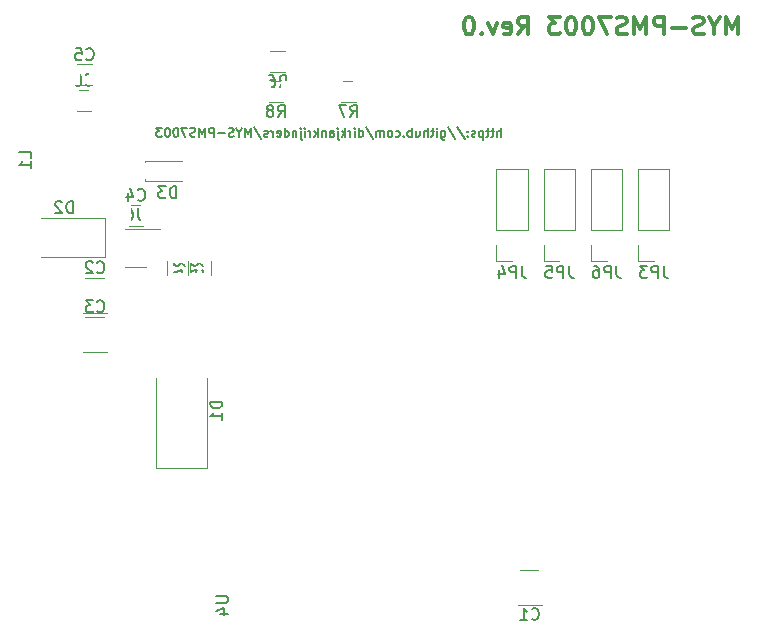
<source format=gbo>
G04 #@! TF.FileFunction,Legend,Bot*
%FSLAX46Y46*%
G04 Gerber Fmt 4.6, Leading zero omitted, Abs format (unit mm)*
G04 Created by KiCad (PCBNEW 4.0.5) date 2017 June 13, Tuesday 16:43:51*
%MOMM*%
%LPD*%
G01*
G04 APERTURE LIST*
%ADD10C,0.100000*%
%ADD11C,0.150000*%
%ADD12C,0.300000*%
%ADD13C,0.120000*%
%ADD14C,2.200000*%
%ADD15R,2.100000X2.100000*%
%ADD16O,2.100000X2.100000*%
%ADD17C,3.400000*%
%ADD18R,2.400000X2.900000*%
%ADD19R,1.900000X1.700000*%
%ADD20R,3.900000X3.900000*%
%ADD21R,2.900000X2.200000*%
%ADD22R,1.400000X1.400000*%
%ADD23R,0.975000X6.400000*%
%ADD24R,2.400000X0.975000*%
%ADD25R,1.900000X2.400000*%
%ADD26R,1.700000X1.900000*%
%ADD27R,1.960000X1.050000*%
%ADD28O,1.400000X1.400000*%
G04 APERTURE END LIST*
D10*
D11*
X77071427Y-37339286D02*
X77071427Y-36589286D01*
X76749998Y-37339286D02*
X76749998Y-36946429D01*
X76785712Y-36875000D01*
X76857141Y-36839286D01*
X76964284Y-36839286D01*
X77035712Y-36875000D01*
X77071427Y-36910714D01*
X76499998Y-36839286D02*
X76214284Y-36839286D01*
X76392856Y-36589286D02*
X76392856Y-37232143D01*
X76357141Y-37303571D01*
X76285713Y-37339286D01*
X76214284Y-37339286D01*
X76071427Y-36839286D02*
X75785713Y-36839286D01*
X75964285Y-36589286D02*
X75964285Y-37232143D01*
X75928570Y-37303571D01*
X75857142Y-37339286D01*
X75785713Y-37339286D01*
X75535714Y-36839286D02*
X75535714Y-37589286D01*
X75535714Y-36875000D02*
X75464285Y-36839286D01*
X75321428Y-36839286D01*
X75249999Y-36875000D01*
X75214285Y-36910714D01*
X75178571Y-36982143D01*
X75178571Y-37196429D01*
X75214285Y-37267857D01*
X75249999Y-37303571D01*
X75321428Y-37339286D01*
X75464285Y-37339286D01*
X75535714Y-37303571D01*
X74892857Y-37303571D02*
X74821428Y-37339286D01*
X74678571Y-37339286D01*
X74607143Y-37303571D01*
X74571428Y-37232143D01*
X74571428Y-37196429D01*
X74607143Y-37125000D01*
X74678571Y-37089286D01*
X74785714Y-37089286D01*
X74857143Y-37053571D01*
X74892857Y-36982143D01*
X74892857Y-36946429D01*
X74857143Y-36875000D01*
X74785714Y-36839286D01*
X74678571Y-36839286D01*
X74607143Y-36875000D01*
X74250000Y-37267857D02*
X74214285Y-37303571D01*
X74250000Y-37339286D01*
X74285714Y-37303571D01*
X74250000Y-37267857D01*
X74250000Y-37339286D01*
X74250000Y-36875000D02*
X74214285Y-36910714D01*
X74250000Y-36946429D01*
X74285714Y-36910714D01*
X74250000Y-36875000D01*
X74250000Y-36946429D01*
X73357142Y-36553571D02*
X73999999Y-37517857D01*
X72571428Y-36553571D02*
X73214285Y-37517857D01*
X72000000Y-36839286D02*
X72000000Y-37446429D01*
X72035714Y-37517857D01*
X72071429Y-37553571D01*
X72142857Y-37589286D01*
X72250000Y-37589286D01*
X72321429Y-37553571D01*
X72000000Y-37303571D02*
X72071429Y-37339286D01*
X72214286Y-37339286D01*
X72285714Y-37303571D01*
X72321429Y-37267857D01*
X72357143Y-37196429D01*
X72357143Y-36982143D01*
X72321429Y-36910714D01*
X72285714Y-36875000D01*
X72214286Y-36839286D01*
X72071429Y-36839286D01*
X72000000Y-36875000D01*
X71642858Y-37339286D02*
X71642858Y-36839286D01*
X71642858Y-36589286D02*
X71678572Y-36625000D01*
X71642858Y-36660714D01*
X71607143Y-36625000D01*
X71642858Y-36589286D01*
X71642858Y-36660714D01*
X71392857Y-36839286D02*
X71107143Y-36839286D01*
X71285715Y-36589286D02*
X71285715Y-37232143D01*
X71250000Y-37303571D01*
X71178572Y-37339286D01*
X71107143Y-37339286D01*
X70857144Y-37339286D02*
X70857144Y-36589286D01*
X70535715Y-37339286D02*
X70535715Y-36946429D01*
X70571429Y-36875000D01*
X70642858Y-36839286D01*
X70750001Y-36839286D01*
X70821429Y-36875000D01*
X70857144Y-36910714D01*
X69857144Y-36839286D02*
X69857144Y-37339286D01*
X70178573Y-36839286D02*
X70178573Y-37232143D01*
X70142858Y-37303571D01*
X70071430Y-37339286D01*
X69964287Y-37339286D01*
X69892858Y-37303571D01*
X69857144Y-37267857D01*
X69500002Y-37339286D02*
X69500002Y-36589286D01*
X69500002Y-36875000D02*
X69428573Y-36839286D01*
X69285716Y-36839286D01*
X69214287Y-36875000D01*
X69178573Y-36910714D01*
X69142859Y-36982143D01*
X69142859Y-37196429D01*
X69178573Y-37267857D01*
X69214287Y-37303571D01*
X69285716Y-37339286D01*
X69428573Y-37339286D01*
X69500002Y-37303571D01*
X68821431Y-37267857D02*
X68785716Y-37303571D01*
X68821431Y-37339286D01*
X68857145Y-37303571D01*
X68821431Y-37267857D01*
X68821431Y-37339286D01*
X68142859Y-37303571D02*
X68214288Y-37339286D01*
X68357145Y-37339286D01*
X68428573Y-37303571D01*
X68464288Y-37267857D01*
X68500002Y-37196429D01*
X68500002Y-36982143D01*
X68464288Y-36910714D01*
X68428573Y-36875000D01*
X68357145Y-36839286D01*
X68214288Y-36839286D01*
X68142859Y-36875000D01*
X67714288Y-37339286D02*
X67785716Y-37303571D01*
X67821431Y-37267857D01*
X67857145Y-37196429D01*
X67857145Y-36982143D01*
X67821431Y-36910714D01*
X67785716Y-36875000D01*
X67714288Y-36839286D01*
X67607145Y-36839286D01*
X67535716Y-36875000D01*
X67500002Y-36910714D01*
X67464288Y-36982143D01*
X67464288Y-37196429D01*
X67500002Y-37267857D01*
X67535716Y-37303571D01*
X67607145Y-37339286D01*
X67714288Y-37339286D01*
X67142860Y-37339286D02*
X67142860Y-36839286D01*
X67142860Y-36910714D02*
X67107145Y-36875000D01*
X67035717Y-36839286D01*
X66928574Y-36839286D01*
X66857145Y-36875000D01*
X66821431Y-36946429D01*
X66821431Y-37339286D01*
X66821431Y-36946429D02*
X66785717Y-36875000D01*
X66714288Y-36839286D01*
X66607145Y-36839286D01*
X66535717Y-36875000D01*
X66500002Y-36946429D01*
X66500002Y-37339286D01*
X65607145Y-36553571D02*
X66250002Y-37517857D01*
X65035717Y-37339286D02*
X65035717Y-36589286D01*
X65035717Y-37303571D02*
X65107146Y-37339286D01*
X65250003Y-37339286D01*
X65321431Y-37303571D01*
X65357146Y-37267857D01*
X65392860Y-37196429D01*
X65392860Y-36982143D01*
X65357146Y-36910714D01*
X65321431Y-36875000D01*
X65250003Y-36839286D01*
X65107146Y-36839286D01*
X65035717Y-36875000D01*
X64678575Y-37339286D02*
X64678575Y-36839286D01*
X64678575Y-36589286D02*
X64714289Y-36625000D01*
X64678575Y-36660714D01*
X64642860Y-36625000D01*
X64678575Y-36589286D01*
X64678575Y-36660714D01*
X64321432Y-37339286D02*
X64321432Y-36839286D01*
X64321432Y-36982143D02*
X64285717Y-36910714D01*
X64250003Y-36875000D01*
X64178574Y-36839286D01*
X64107146Y-36839286D01*
X63857146Y-37339286D02*
X63857146Y-36589286D01*
X63785717Y-37053571D02*
X63571431Y-37339286D01*
X63571431Y-36839286D02*
X63857146Y-37125000D01*
X63250003Y-36839286D02*
X63250003Y-37482143D01*
X63285717Y-37553571D01*
X63357145Y-37589286D01*
X63392860Y-37589286D01*
X63250003Y-36589286D02*
X63285717Y-36625000D01*
X63250003Y-36660714D01*
X63214288Y-36625000D01*
X63250003Y-36589286D01*
X63250003Y-36660714D01*
X62571431Y-37339286D02*
X62571431Y-36946429D01*
X62607145Y-36875000D01*
X62678574Y-36839286D01*
X62821431Y-36839286D01*
X62892860Y-36875000D01*
X62571431Y-37303571D02*
X62642860Y-37339286D01*
X62821431Y-37339286D01*
X62892860Y-37303571D01*
X62928574Y-37232143D01*
X62928574Y-37160714D01*
X62892860Y-37089286D01*
X62821431Y-37053571D01*
X62642860Y-37053571D01*
X62571431Y-37017857D01*
X62214289Y-36839286D02*
X62214289Y-37339286D01*
X62214289Y-36910714D02*
X62178574Y-36875000D01*
X62107146Y-36839286D01*
X62000003Y-36839286D01*
X61928574Y-36875000D01*
X61892860Y-36946429D01*
X61892860Y-37339286D01*
X61535718Y-37339286D02*
X61535718Y-36589286D01*
X61464289Y-37053571D02*
X61250003Y-37339286D01*
X61250003Y-36839286D02*
X61535718Y-37125000D01*
X60928575Y-37339286D02*
X60928575Y-36839286D01*
X60928575Y-36982143D02*
X60892860Y-36910714D01*
X60857146Y-36875000D01*
X60785717Y-36839286D01*
X60714289Y-36839286D01*
X60464289Y-37339286D02*
X60464289Y-36839286D01*
X60464289Y-36589286D02*
X60500003Y-36625000D01*
X60464289Y-36660714D01*
X60428574Y-36625000D01*
X60464289Y-36589286D01*
X60464289Y-36660714D01*
X60107146Y-36839286D02*
X60107146Y-37482143D01*
X60142860Y-37553571D01*
X60214288Y-37589286D01*
X60250003Y-37589286D01*
X60107146Y-36589286D02*
X60142860Y-36625000D01*
X60107146Y-36660714D01*
X60071431Y-36625000D01*
X60107146Y-36589286D01*
X60107146Y-36660714D01*
X59750003Y-36839286D02*
X59750003Y-37339286D01*
X59750003Y-36910714D02*
X59714288Y-36875000D01*
X59642860Y-36839286D01*
X59535717Y-36839286D01*
X59464288Y-36875000D01*
X59428574Y-36946429D01*
X59428574Y-37339286D01*
X58750003Y-37339286D02*
X58750003Y-36589286D01*
X58750003Y-37303571D02*
X58821432Y-37339286D01*
X58964289Y-37339286D01*
X59035717Y-37303571D01*
X59071432Y-37267857D01*
X59107146Y-37196429D01*
X59107146Y-36982143D01*
X59071432Y-36910714D01*
X59035717Y-36875000D01*
X58964289Y-36839286D01*
X58821432Y-36839286D01*
X58750003Y-36875000D01*
X58107146Y-37303571D02*
X58178575Y-37339286D01*
X58321432Y-37339286D01*
X58392861Y-37303571D01*
X58428575Y-37232143D01*
X58428575Y-36946429D01*
X58392861Y-36875000D01*
X58321432Y-36839286D01*
X58178575Y-36839286D01*
X58107146Y-36875000D01*
X58071432Y-36946429D01*
X58071432Y-37017857D01*
X58428575Y-37089286D01*
X57750004Y-37339286D02*
X57750004Y-36839286D01*
X57750004Y-36982143D02*
X57714289Y-36910714D01*
X57678575Y-36875000D01*
X57607146Y-36839286D01*
X57535718Y-36839286D01*
X57321432Y-37303571D02*
X57250003Y-37339286D01*
X57107146Y-37339286D01*
X57035718Y-37303571D01*
X57000003Y-37232143D01*
X57000003Y-37196429D01*
X57035718Y-37125000D01*
X57107146Y-37089286D01*
X57214289Y-37089286D01*
X57285718Y-37053571D01*
X57321432Y-36982143D01*
X57321432Y-36946429D01*
X57285718Y-36875000D01*
X57214289Y-36839286D01*
X57107146Y-36839286D01*
X57035718Y-36875000D01*
X56142860Y-36553571D02*
X56785717Y-37517857D01*
X55892861Y-37339286D02*
X55892861Y-36589286D01*
X55642861Y-37125000D01*
X55392861Y-36589286D01*
X55392861Y-37339286D01*
X54892860Y-36982143D02*
X54892860Y-37339286D01*
X55142860Y-36589286D02*
X54892860Y-36982143D01*
X54642860Y-36589286D01*
X54428575Y-37303571D02*
X54321432Y-37339286D01*
X54142861Y-37339286D01*
X54071432Y-37303571D01*
X54035718Y-37267857D01*
X54000003Y-37196429D01*
X54000003Y-37125000D01*
X54035718Y-37053571D01*
X54071432Y-37017857D01*
X54142861Y-36982143D01*
X54285718Y-36946429D01*
X54357146Y-36910714D01*
X54392861Y-36875000D01*
X54428575Y-36803571D01*
X54428575Y-36732143D01*
X54392861Y-36660714D01*
X54357146Y-36625000D01*
X54285718Y-36589286D01*
X54107146Y-36589286D01*
X54000003Y-36625000D01*
X53678575Y-37053571D02*
X53107146Y-37053571D01*
X52750004Y-37339286D02*
X52750004Y-36589286D01*
X52464289Y-36589286D01*
X52392861Y-36625000D01*
X52357146Y-36660714D01*
X52321432Y-36732143D01*
X52321432Y-36839286D01*
X52357146Y-36910714D01*
X52392861Y-36946429D01*
X52464289Y-36982143D01*
X52750004Y-36982143D01*
X52000004Y-37339286D02*
X52000004Y-36589286D01*
X51750004Y-37125000D01*
X51500004Y-36589286D01*
X51500004Y-37339286D01*
X51178575Y-37303571D02*
X51071432Y-37339286D01*
X50892861Y-37339286D01*
X50821432Y-37303571D01*
X50785718Y-37267857D01*
X50750003Y-37196429D01*
X50750003Y-37125000D01*
X50785718Y-37053571D01*
X50821432Y-37017857D01*
X50892861Y-36982143D01*
X51035718Y-36946429D01*
X51107146Y-36910714D01*
X51142861Y-36875000D01*
X51178575Y-36803571D01*
X51178575Y-36732143D01*
X51142861Y-36660714D01*
X51107146Y-36625000D01*
X51035718Y-36589286D01*
X50857146Y-36589286D01*
X50750003Y-36625000D01*
X50500003Y-36589286D02*
X50000003Y-36589286D01*
X50321432Y-37339286D01*
X49571431Y-36589286D02*
X49500003Y-36589286D01*
X49428574Y-36625000D01*
X49392860Y-36660714D01*
X49357146Y-36732143D01*
X49321431Y-36875000D01*
X49321431Y-37053571D01*
X49357146Y-37196429D01*
X49392860Y-37267857D01*
X49428574Y-37303571D01*
X49500003Y-37339286D01*
X49571431Y-37339286D01*
X49642860Y-37303571D01*
X49678574Y-37267857D01*
X49714289Y-37196429D01*
X49750003Y-37053571D01*
X49750003Y-36875000D01*
X49714289Y-36732143D01*
X49678574Y-36660714D01*
X49642860Y-36625000D01*
X49571431Y-36589286D01*
X48857145Y-36589286D02*
X48785717Y-36589286D01*
X48714288Y-36625000D01*
X48678574Y-36660714D01*
X48642860Y-36732143D01*
X48607145Y-36875000D01*
X48607145Y-37053571D01*
X48642860Y-37196429D01*
X48678574Y-37267857D01*
X48714288Y-37303571D01*
X48785717Y-37339286D01*
X48857145Y-37339286D01*
X48928574Y-37303571D01*
X48964288Y-37267857D01*
X49000003Y-37196429D01*
X49035717Y-37053571D01*
X49035717Y-36875000D01*
X49000003Y-36732143D01*
X48964288Y-36660714D01*
X48928574Y-36625000D01*
X48857145Y-36589286D01*
X48357145Y-36589286D02*
X47892859Y-36589286D01*
X48142859Y-36875000D01*
X48035717Y-36875000D01*
X47964288Y-36910714D01*
X47928574Y-36946429D01*
X47892859Y-37017857D01*
X47892859Y-37196429D01*
X47928574Y-37267857D01*
X47964288Y-37303571D01*
X48035717Y-37339286D01*
X48250002Y-37339286D01*
X48321431Y-37303571D01*
X48357145Y-37267857D01*
D12*
X97142857Y-28678571D02*
X97142857Y-27178571D01*
X96642857Y-28250000D01*
X96142857Y-27178571D01*
X96142857Y-28678571D01*
X95142857Y-27964286D02*
X95142857Y-28678571D01*
X95642857Y-27178571D02*
X95142857Y-27964286D01*
X94642857Y-27178571D01*
X94214286Y-28607143D02*
X94000000Y-28678571D01*
X93642857Y-28678571D01*
X93500000Y-28607143D01*
X93428571Y-28535714D01*
X93357143Y-28392857D01*
X93357143Y-28250000D01*
X93428571Y-28107143D01*
X93500000Y-28035714D01*
X93642857Y-27964286D01*
X93928571Y-27892857D01*
X94071429Y-27821429D01*
X94142857Y-27750000D01*
X94214286Y-27607143D01*
X94214286Y-27464286D01*
X94142857Y-27321429D01*
X94071429Y-27250000D01*
X93928571Y-27178571D01*
X93571429Y-27178571D01*
X93357143Y-27250000D01*
X92714286Y-28107143D02*
X91571429Y-28107143D01*
X90857143Y-28678571D02*
X90857143Y-27178571D01*
X90285715Y-27178571D01*
X90142857Y-27250000D01*
X90071429Y-27321429D01*
X90000000Y-27464286D01*
X90000000Y-27678571D01*
X90071429Y-27821429D01*
X90142857Y-27892857D01*
X90285715Y-27964286D01*
X90857143Y-27964286D01*
X89357143Y-28678571D02*
X89357143Y-27178571D01*
X88857143Y-28250000D01*
X88357143Y-27178571D01*
X88357143Y-28678571D01*
X87714286Y-28607143D02*
X87500000Y-28678571D01*
X87142857Y-28678571D01*
X87000000Y-28607143D01*
X86928571Y-28535714D01*
X86857143Y-28392857D01*
X86857143Y-28250000D01*
X86928571Y-28107143D01*
X87000000Y-28035714D01*
X87142857Y-27964286D01*
X87428571Y-27892857D01*
X87571429Y-27821429D01*
X87642857Y-27750000D01*
X87714286Y-27607143D01*
X87714286Y-27464286D01*
X87642857Y-27321429D01*
X87571429Y-27250000D01*
X87428571Y-27178571D01*
X87071429Y-27178571D01*
X86857143Y-27250000D01*
X86357143Y-27178571D02*
X85357143Y-27178571D01*
X86000000Y-28678571D01*
X84500001Y-27178571D02*
X84357144Y-27178571D01*
X84214287Y-27250000D01*
X84142858Y-27321429D01*
X84071429Y-27464286D01*
X84000001Y-27750000D01*
X84000001Y-28107143D01*
X84071429Y-28392857D01*
X84142858Y-28535714D01*
X84214287Y-28607143D01*
X84357144Y-28678571D01*
X84500001Y-28678571D01*
X84642858Y-28607143D01*
X84714287Y-28535714D01*
X84785715Y-28392857D01*
X84857144Y-28107143D01*
X84857144Y-27750000D01*
X84785715Y-27464286D01*
X84714287Y-27321429D01*
X84642858Y-27250000D01*
X84500001Y-27178571D01*
X83071430Y-27178571D02*
X82928573Y-27178571D01*
X82785716Y-27250000D01*
X82714287Y-27321429D01*
X82642858Y-27464286D01*
X82571430Y-27750000D01*
X82571430Y-28107143D01*
X82642858Y-28392857D01*
X82714287Y-28535714D01*
X82785716Y-28607143D01*
X82928573Y-28678571D01*
X83071430Y-28678571D01*
X83214287Y-28607143D01*
X83285716Y-28535714D01*
X83357144Y-28392857D01*
X83428573Y-28107143D01*
X83428573Y-27750000D01*
X83357144Y-27464286D01*
X83285716Y-27321429D01*
X83214287Y-27250000D01*
X83071430Y-27178571D01*
X82071430Y-27178571D02*
X81142859Y-27178571D01*
X81642859Y-27750000D01*
X81428573Y-27750000D01*
X81285716Y-27821429D01*
X81214287Y-27892857D01*
X81142859Y-28035714D01*
X81142859Y-28392857D01*
X81214287Y-28535714D01*
X81285716Y-28607143D01*
X81428573Y-28678571D01*
X81857145Y-28678571D01*
X82000002Y-28607143D01*
X82071430Y-28535714D01*
X78500002Y-28678571D02*
X79000002Y-27964286D01*
X79357145Y-28678571D02*
X79357145Y-27178571D01*
X78785717Y-27178571D01*
X78642859Y-27250000D01*
X78571431Y-27321429D01*
X78500002Y-27464286D01*
X78500002Y-27678571D01*
X78571431Y-27821429D01*
X78642859Y-27892857D01*
X78785717Y-27964286D01*
X79357145Y-27964286D01*
X77285717Y-28607143D02*
X77428574Y-28678571D01*
X77714288Y-28678571D01*
X77857145Y-28607143D01*
X77928574Y-28464286D01*
X77928574Y-27892857D01*
X77857145Y-27750000D01*
X77714288Y-27678571D01*
X77428574Y-27678571D01*
X77285717Y-27750000D01*
X77214288Y-27892857D01*
X77214288Y-28035714D01*
X77928574Y-28178571D01*
X76714288Y-27678571D02*
X76357145Y-28678571D01*
X76000003Y-27678571D01*
X75428574Y-28535714D02*
X75357146Y-28607143D01*
X75428574Y-28678571D01*
X75500003Y-28607143D01*
X75428574Y-28535714D01*
X75428574Y-28678571D01*
X74428574Y-27178571D02*
X74285717Y-27178571D01*
X74142860Y-27250000D01*
X74071431Y-27321429D01*
X74000002Y-27464286D01*
X73928574Y-27750000D01*
X73928574Y-28107143D01*
X74000002Y-28392857D01*
X74071431Y-28535714D01*
X74142860Y-28607143D01*
X74285717Y-28678571D01*
X74428574Y-28678571D01*
X74571431Y-28607143D01*
X74642860Y-28535714D01*
X74714288Y-28392857D01*
X74785717Y-28107143D01*
X74785717Y-27750000D01*
X74714288Y-27464286D01*
X74642860Y-27321429D01*
X74571431Y-27250000D01*
X74428574Y-27178571D01*
D13*
X76670000Y-45230000D02*
X76670000Y-40090000D01*
X76670000Y-40090000D02*
X79330000Y-40090000D01*
X79330000Y-40090000D02*
X79330000Y-45230000D01*
X79330000Y-45230000D02*
X76670000Y-45230000D01*
X76670000Y-46500000D02*
X76670000Y-47830000D01*
X76670000Y-47830000D02*
X78000000Y-47830000D01*
X80500000Y-74020000D02*
X78500000Y-74020000D01*
X78500000Y-76980000D02*
X80500000Y-76980000D01*
X41700000Y-52230000D02*
X43700000Y-52230000D01*
X43700000Y-49270000D02*
X41700000Y-49270000D01*
X41700000Y-55530000D02*
X43700000Y-55530000D01*
X43700000Y-52570000D02*
X41700000Y-52570000D01*
X45550000Y-44880000D02*
X46750000Y-44880000D01*
X46750000Y-43120000D02*
X45550000Y-43120000D01*
X41200000Y-32980000D02*
X42400000Y-32980000D01*
X42400000Y-31220000D02*
X41200000Y-31220000D01*
X41150000Y-35130000D02*
X42350000Y-35130000D01*
X42350000Y-33370000D02*
X41150000Y-33370000D01*
X52150000Y-65350000D02*
X47850000Y-65350000D01*
X47850000Y-65350000D02*
X47850000Y-57800000D01*
X52150000Y-65350000D02*
X52150000Y-57800000D01*
X43500000Y-44200000D02*
X43500000Y-47500000D01*
X43500000Y-47500000D02*
X38100000Y-47500000D01*
X43500000Y-44200000D02*
X38100000Y-44200000D01*
X46950000Y-41100000D02*
X46950000Y-39400000D01*
X46950000Y-39400000D02*
X50100000Y-39400000D01*
X46950000Y-41100000D02*
X50100000Y-41100000D01*
X52480000Y-49050000D02*
X52480000Y-47850000D01*
X50720000Y-47850000D02*
X50720000Y-49050000D01*
X48820000Y-47850000D02*
X48820000Y-49050000D01*
X50580000Y-49050000D02*
X50580000Y-47850000D01*
X58750000Y-30120000D02*
X57550000Y-30120000D01*
X57550000Y-31880000D02*
X58750000Y-31880000D01*
X64750000Y-32620000D02*
X63550000Y-32620000D01*
X63550000Y-34380000D02*
X64750000Y-34380000D01*
X58600000Y-32620000D02*
X57400000Y-32620000D01*
X57400000Y-34380000D02*
X58600000Y-34380000D01*
X47050000Y-48410000D02*
X45250000Y-48410000D01*
X45250000Y-45190000D02*
X48200000Y-45190000D01*
X84670000Y-45230000D02*
X84670000Y-40090000D01*
X84670000Y-40090000D02*
X87330000Y-40090000D01*
X87330000Y-40090000D02*
X87330000Y-45230000D01*
X87330000Y-45230000D02*
X84670000Y-45230000D01*
X84670000Y-46500000D02*
X84670000Y-47830000D01*
X84670000Y-47830000D02*
X86000000Y-47830000D01*
X80670000Y-45230000D02*
X80670000Y-40090000D01*
X80670000Y-40090000D02*
X83330000Y-40090000D01*
X83330000Y-40090000D02*
X83330000Y-45230000D01*
X83330000Y-45230000D02*
X80670000Y-45230000D01*
X80670000Y-46500000D02*
X80670000Y-47830000D01*
X80670000Y-47830000D02*
X82000000Y-47830000D01*
X88670000Y-45230000D02*
X88670000Y-40090000D01*
X88670000Y-40090000D02*
X91330000Y-40090000D01*
X91330000Y-40090000D02*
X91330000Y-45230000D01*
X91330000Y-45230000D02*
X88670000Y-45230000D01*
X88670000Y-46500000D02*
X88670000Y-47830000D01*
X88670000Y-47830000D02*
X90000000Y-47830000D01*
D11*
X78833333Y-48282381D02*
X78833333Y-48996667D01*
X78880953Y-49139524D01*
X78976191Y-49234762D01*
X79119048Y-49282381D01*
X79214286Y-49282381D01*
X78357143Y-49282381D02*
X78357143Y-48282381D01*
X77976190Y-48282381D01*
X77880952Y-48330000D01*
X77833333Y-48377619D01*
X77785714Y-48472857D01*
X77785714Y-48615714D01*
X77833333Y-48710952D01*
X77880952Y-48758571D01*
X77976190Y-48806190D01*
X78357143Y-48806190D01*
X76928571Y-48615714D02*
X76928571Y-49282381D01*
X77166667Y-48234762D02*
X77404762Y-48949048D01*
X76785714Y-48949048D01*
X52952381Y-76238095D02*
X53761905Y-76238095D01*
X53857143Y-76285714D01*
X53904762Y-76333333D01*
X53952381Y-76428571D01*
X53952381Y-76619048D01*
X53904762Y-76714286D01*
X53857143Y-76761905D01*
X53761905Y-76809524D01*
X52952381Y-76809524D01*
X53285714Y-77714286D02*
X53952381Y-77714286D01*
X52904762Y-77476190D02*
X53619048Y-77238095D01*
X53619048Y-77857143D01*
X79666666Y-78157143D02*
X79714285Y-78204762D01*
X79857142Y-78252381D01*
X79952380Y-78252381D01*
X80095238Y-78204762D01*
X80190476Y-78109524D01*
X80238095Y-78014286D01*
X80285714Y-77823810D01*
X80285714Y-77680952D01*
X80238095Y-77490476D01*
X80190476Y-77395238D01*
X80095238Y-77300000D01*
X79952380Y-77252381D01*
X79857142Y-77252381D01*
X79714285Y-77300000D01*
X79666666Y-77347619D01*
X78714285Y-78252381D02*
X79285714Y-78252381D01*
X79000000Y-78252381D02*
X79000000Y-77252381D01*
X79095238Y-77395238D01*
X79190476Y-77490476D01*
X79285714Y-77538095D01*
X42866666Y-48807143D02*
X42914285Y-48854762D01*
X43057142Y-48902381D01*
X43152380Y-48902381D01*
X43295238Y-48854762D01*
X43390476Y-48759524D01*
X43438095Y-48664286D01*
X43485714Y-48473810D01*
X43485714Y-48330952D01*
X43438095Y-48140476D01*
X43390476Y-48045238D01*
X43295238Y-47950000D01*
X43152380Y-47902381D01*
X43057142Y-47902381D01*
X42914285Y-47950000D01*
X42866666Y-47997619D01*
X42485714Y-47997619D02*
X42438095Y-47950000D01*
X42342857Y-47902381D01*
X42104761Y-47902381D01*
X42009523Y-47950000D01*
X41961904Y-47997619D01*
X41914285Y-48092857D01*
X41914285Y-48188095D01*
X41961904Y-48330952D01*
X42533333Y-48902381D01*
X41914285Y-48902381D01*
X42866666Y-52107143D02*
X42914285Y-52154762D01*
X43057142Y-52202381D01*
X43152380Y-52202381D01*
X43295238Y-52154762D01*
X43390476Y-52059524D01*
X43438095Y-51964286D01*
X43485714Y-51773810D01*
X43485714Y-51630952D01*
X43438095Y-51440476D01*
X43390476Y-51345238D01*
X43295238Y-51250000D01*
X43152380Y-51202381D01*
X43057142Y-51202381D01*
X42914285Y-51250000D01*
X42866666Y-51297619D01*
X42533333Y-51202381D02*
X41914285Y-51202381D01*
X42247619Y-51583333D01*
X42104761Y-51583333D01*
X42009523Y-51630952D01*
X41961904Y-51678571D01*
X41914285Y-51773810D01*
X41914285Y-52011905D01*
X41961904Y-52107143D01*
X42009523Y-52154762D01*
X42104761Y-52202381D01*
X42390476Y-52202381D01*
X42485714Y-52154762D01*
X42533333Y-52107143D01*
X46316666Y-42657143D02*
X46364285Y-42704762D01*
X46507142Y-42752381D01*
X46602380Y-42752381D01*
X46745238Y-42704762D01*
X46840476Y-42609524D01*
X46888095Y-42514286D01*
X46935714Y-42323810D01*
X46935714Y-42180952D01*
X46888095Y-41990476D01*
X46840476Y-41895238D01*
X46745238Y-41800000D01*
X46602380Y-41752381D01*
X46507142Y-41752381D01*
X46364285Y-41800000D01*
X46316666Y-41847619D01*
X45459523Y-42085714D02*
X45459523Y-42752381D01*
X45697619Y-41704762D02*
X45935714Y-42419048D01*
X45316666Y-42419048D01*
X41966666Y-30757143D02*
X42014285Y-30804762D01*
X42157142Y-30852381D01*
X42252380Y-30852381D01*
X42395238Y-30804762D01*
X42490476Y-30709524D01*
X42538095Y-30614286D01*
X42585714Y-30423810D01*
X42585714Y-30280952D01*
X42538095Y-30090476D01*
X42490476Y-29995238D01*
X42395238Y-29900000D01*
X42252380Y-29852381D01*
X42157142Y-29852381D01*
X42014285Y-29900000D01*
X41966666Y-29947619D01*
X41061904Y-29852381D02*
X41538095Y-29852381D01*
X41585714Y-30328571D01*
X41538095Y-30280952D01*
X41442857Y-30233333D01*
X41204761Y-30233333D01*
X41109523Y-30280952D01*
X41061904Y-30328571D01*
X41014285Y-30423810D01*
X41014285Y-30661905D01*
X41061904Y-30757143D01*
X41109523Y-30804762D01*
X41204761Y-30852381D01*
X41442857Y-30852381D01*
X41538095Y-30804762D01*
X41585714Y-30757143D01*
X41916666Y-32907143D02*
X41964285Y-32954762D01*
X42107142Y-33002381D01*
X42202380Y-33002381D01*
X42345238Y-32954762D01*
X42440476Y-32859524D01*
X42488095Y-32764286D01*
X42535714Y-32573810D01*
X42535714Y-32430952D01*
X42488095Y-32240476D01*
X42440476Y-32145238D01*
X42345238Y-32050000D01*
X42202380Y-32002381D01*
X42107142Y-32002381D01*
X41964285Y-32050000D01*
X41916666Y-32097619D01*
X41059523Y-32002381D02*
X41250000Y-32002381D01*
X41345238Y-32050000D01*
X41392857Y-32097619D01*
X41488095Y-32240476D01*
X41535714Y-32430952D01*
X41535714Y-32811905D01*
X41488095Y-32907143D01*
X41440476Y-32954762D01*
X41345238Y-33002381D01*
X41154761Y-33002381D01*
X41059523Y-32954762D01*
X41011904Y-32907143D01*
X40964285Y-32811905D01*
X40964285Y-32573810D01*
X41011904Y-32478571D01*
X41059523Y-32430952D01*
X41154761Y-32383333D01*
X41345238Y-32383333D01*
X41440476Y-32430952D01*
X41488095Y-32478571D01*
X41535714Y-32573810D01*
X53452381Y-59761905D02*
X52452381Y-59761905D01*
X52452381Y-60000000D01*
X52500000Y-60142858D01*
X52595238Y-60238096D01*
X52690476Y-60285715D01*
X52880952Y-60333334D01*
X53023810Y-60333334D01*
X53214286Y-60285715D01*
X53309524Y-60238096D01*
X53404762Y-60142858D01*
X53452381Y-60000000D01*
X53452381Y-59761905D01*
X53452381Y-61285715D02*
X53452381Y-60714286D01*
X53452381Y-61000000D02*
X52452381Y-61000000D01*
X52595238Y-60904762D01*
X52690476Y-60809524D01*
X52738095Y-60714286D01*
X40838095Y-43802381D02*
X40838095Y-42802381D01*
X40600000Y-42802381D01*
X40457142Y-42850000D01*
X40361904Y-42945238D01*
X40314285Y-43040476D01*
X40266666Y-43230952D01*
X40266666Y-43373810D01*
X40314285Y-43564286D01*
X40361904Y-43659524D01*
X40457142Y-43754762D01*
X40600000Y-43802381D01*
X40838095Y-43802381D01*
X39885714Y-42897619D02*
X39838095Y-42850000D01*
X39742857Y-42802381D01*
X39504761Y-42802381D01*
X39409523Y-42850000D01*
X39361904Y-42897619D01*
X39314285Y-42992857D01*
X39314285Y-43088095D01*
X39361904Y-43230952D01*
X39933333Y-43802381D01*
X39314285Y-43802381D01*
X49588095Y-42552381D02*
X49588095Y-41552381D01*
X49350000Y-41552381D01*
X49207142Y-41600000D01*
X49111904Y-41695238D01*
X49064285Y-41790476D01*
X49016666Y-41980952D01*
X49016666Y-42123810D01*
X49064285Y-42314286D01*
X49111904Y-42409524D01*
X49207142Y-42504762D01*
X49350000Y-42552381D01*
X49588095Y-42552381D01*
X48683333Y-41552381D02*
X48064285Y-41552381D01*
X48397619Y-41933333D01*
X48254761Y-41933333D01*
X48159523Y-41980952D01*
X48111904Y-42028571D01*
X48064285Y-42123810D01*
X48064285Y-42361905D01*
X48111904Y-42457143D01*
X48159523Y-42504762D01*
X48254761Y-42552381D01*
X48540476Y-42552381D01*
X48635714Y-42504762D01*
X48683333Y-42457143D01*
X37252381Y-39133334D02*
X37252381Y-38657143D01*
X36252381Y-38657143D01*
X37252381Y-39990477D02*
X37252381Y-39419048D01*
X37252381Y-39704762D02*
X36252381Y-39704762D01*
X36395238Y-39609524D01*
X36490476Y-39514286D01*
X36538095Y-39419048D01*
X50352381Y-48283334D02*
X49876190Y-47950000D01*
X50352381Y-47711905D02*
X49352381Y-47711905D01*
X49352381Y-48092858D01*
X49400000Y-48188096D01*
X49447619Y-48235715D01*
X49542857Y-48283334D01*
X49685714Y-48283334D01*
X49780952Y-48235715D01*
X49828571Y-48188096D01*
X49876190Y-48092858D01*
X49876190Y-47711905D01*
X49685714Y-49140477D02*
X50352381Y-49140477D01*
X49304762Y-48902381D02*
X50019048Y-48664286D01*
X50019048Y-49283334D01*
X51852381Y-48283334D02*
X51376190Y-47950000D01*
X51852381Y-47711905D02*
X50852381Y-47711905D01*
X50852381Y-48092858D01*
X50900000Y-48188096D01*
X50947619Y-48235715D01*
X51042857Y-48283334D01*
X51185714Y-48283334D01*
X51280952Y-48235715D01*
X51328571Y-48188096D01*
X51376190Y-48092858D01*
X51376190Y-47711905D01*
X50852381Y-49188096D02*
X50852381Y-48711905D01*
X51328571Y-48664286D01*
X51280952Y-48711905D01*
X51233333Y-48807143D01*
X51233333Y-49045239D01*
X51280952Y-49140477D01*
X51328571Y-49188096D01*
X51423810Y-49235715D01*
X51661905Y-49235715D01*
X51757143Y-49188096D01*
X51804762Y-49140477D01*
X51852381Y-49045239D01*
X51852381Y-48807143D01*
X51804762Y-48711905D01*
X51757143Y-48664286D01*
X58316666Y-33152381D02*
X58650000Y-32676190D01*
X58888095Y-33152381D02*
X58888095Y-32152381D01*
X58507142Y-32152381D01*
X58411904Y-32200000D01*
X58364285Y-32247619D01*
X58316666Y-32342857D01*
X58316666Y-32485714D01*
X58364285Y-32580952D01*
X58411904Y-32628571D01*
X58507142Y-32676190D01*
X58888095Y-32676190D01*
X57459523Y-32152381D02*
X57650000Y-32152381D01*
X57745238Y-32200000D01*
X57792857Y-32247619D01*
X57888095Y-32390476D01*
X57935714Y-32580952D01*
X57935714Y-32961905D01*
X57888095Y-33057143D01*
X57840476Y-33104762D01*
X57745238Y-33152381D01*
X57554761Y-33152381D01*
X57459523Y-33104762D01*
X57411904Y-33057143D01*
X57364285Y-32961905D01*
X57364285Y-32723810D01*
X57411904Y-32628571D01*
X57459523Y-32580952D01*
X57554761Y-32533333D01*
X57745238Y-32533333D01*
X57840476Y-32580952D01*
X57888095Y-32628571D01*
X57935714Y-32723810D01*
X64316666Y-35652381D02*
X64650000Y-35176190D01*
X64888095Y-35652381D02*
X64888095Y-34652381D01*
X64507142Y-34652381D01*
X64411904Y-34700000D01*
X64364285Y-34747619D01*
X64316666Y-34842857D01*
X64316666Y-34985714D01*
X64364285Y-35080952D01*
X64411904Y-35128571D01*
X64507142Y-35176190D01*
X64888095Y-35176190D01*
X63983333Y-34652381D02*
X63316666Y-34652381D01*
X63745238Y-35652381D01*
X58166666Y-35652381D02*
X58500000Y-35176190D01*
X58738095Y-35652381D02*
X58738095Y-34652381D01*
X58357142Y-34652381D01*
X58261904Y-34700000D01*
X58214285Y-34747619D01*
X58166666Y-34842857D01*
X58166666Y-34985714D01*
X58214285Y-35080952D01*
X58261904Y-35128571D01*
X58357142Y-35176190D01*
X58738095Y-35176190D01*
X57595238Y-35080952D02*
X57690476Y-35033333D01*
X57738095Y-34985714D01*
X57785714Y-34890476D01*
X57785714Y-34842857D01*
X57738095Y-34747619D01*
X57690476Y-34700000D01*
X57595238Y-34652381D01*
X57404761Y-34652381D01*
X57309523Y-34700000D01*
X57261904Y-34747619D01*
X57214285Y-34842857D01*
X57214285Y-34890476D01*
X57261904Y-34985714D01*
X57309523Y-35033333D01*
X57404761Y-35080952D01*
X57595238Y-35080952D01*
X57690476Y-35128571D01*
X57738095Y-35176190D01*
X57785714Y-35271429D01*
X57785714Y-35461905D01*
X57738095Y-35557143D01*
X57690476Y-35604762D01*
X57595238Y-35652381D01*
X57404761Y-35652381D01*
X57309523Y-35604762D01*
X57261904Y-35557143D01*
X57214285Y-35461905D01*
X57214285Y-35271429D01*
X57261904Y-35176190D01*
X57309523Y-35128571D01*
X57404761Y-35080952D01*
X46911905Y-43352381D02*
X46911905Y-44161905D01*
X46864286Y-44257143D01*
X46816667Y-44304762D01*
X46721429Y-44352381D01*
X46530952Y-44352381D01*
X46435714Y-44304762D01*
X46388095Y-44257143D01*
X46340476Y-44161905D01*
X46340476Y-43352381D01*
X45435714Y-43352381D02*
X45626191Y-43352381D01*
X45721429Y-43400000D01*
X45769048Y-43447619D01*
X45864286Y-43590476D01*
X45911905Y-43780952D01*
X45911905Y-44161905D01*
X45864286Y-44257143D01*
X45816667Y-44304762D01*
X45721429Y-44352381D01*
X45530952Y-44352381D01*
X45435714Y-44304762D01*
X45388095Y-44257143D01*
X45340476Y-44161905D01*
X45340476Y-43923810D01*
X45388095Y-43828571D01*
X45435714Y-43780952D01*
X45530952Y-43733333D01*
X45721429Y-43733333D01*
X45816667Y-43780952D01*
X45864286Y-43828571D01*
X45911905Y-43923810D01*
X86833333Y-48282381D02*
X86833333Y-48996667D01*
X86880953Y-49139524D01*
X86976191Y-49234762D01*
X87119048Y-49282381D01*
X87214286Y-49282381D01*
X86357143Y-49282381D02*
X86357143Y-48282381D01*
X85976190Y-48282381D01*
X85880952Y-48330000D01*
X85833333Y-48377619D01*
X85785714Y-48472857D01*
X85785714Y-48615714D01*
X85833333Y-48710952D01*
X85880952Y-48758571D01*
X85976190Y-48806190D01*
X86357143Y-48806190D01*
X84928571Y-48282381D02*
X85119048Y-48282381D01*
X85214286Y-48330000D01*
X85261905Y-48377619D01*
X85357143Y-48520476D01*
X85404762Y-48710952D01*
X85404762Y-49091905D01*
X85357143Y-49187143D01*
X85309524Y-49234762D01*
X85214286Y-49282381D01*
X85023809Y-49282381D01*
X84928571Y-49234762D01*
X84880952Y-49187143D01*
X84833333Y-49091905D01*
X84833333Y-48853810D01*
X84880952Y-48758571D01*
X84928571Y-48710952D01*
X85023809Y-48663333D01*
X85214286Y-48663333D01*
X85309524Y-48710952D01*
X85357143Y-48758571D01*
X85404762Y-48853810D01*
X82833333Y-48282381D02*
X82833333Y-48996667D01*
X82880953Y-49139524D01*
X82976191Y-49234762D01*
X83119048Y-49282381D01*
X83214286Y-49282381D01*
X82357143Y-49282381D02*
X82357143Y-48282381D01*
X81976190Y-48282381D01*
X81880952Y-48330000D01*
X81833333Y-48377619D01*
X81785714Y-48472857D01*
X81785714Y-48615714D01*
X81833333Y-48710952D01*
X81880952Y-48758571D01*
X81976190Y-48806190D01*
X82357143Y-48806190D01*
X80880952Y-48282381D02*
X81357143Y-48282381D01*
X81404762Y-48758571D01*
X81357143Y-48710952D01*
X81261905Y-48663333D01*
X81023809Y-48663333D01*
X80928571Y-48710952D01*
X80880952Y-48758571D01*
X80833333Y-48853810D01*
X80833333Y-49091905D01*
X80880952Y-49187143D01*
X80928571Y-49234762D01*
X81023809Y-49282381D01*
X81261905Y-49282381D01*
X81357143Y-49234762D01*
X81404762Y-49187143D01*
X90833333Y-48282381D02*
X90833333Y-48996667D01*
X90880953Y-49139524D01*
X90976191Y-49234762D01*
X91119048Y-49282381D01*
X91214286Y-49282381D01*
X90357143Y-49282381D02*
X90357143Y-48282381D01*
X89976190Y-48282381D01*
X89880952Y-48330000D01*
X89833333Y-48377619D01*
X89785714Y-48472857D01*
X89785714Y-48615714D01*
X89833333Y-48710952D01*
X89880952Y-48758571D01*
X89976190Y-48806190D01*
X90357143Y-48806190D01*
X89452381Y-48282381D02*
X88833333Y-48282381D01*
X89166667Y-48663333D01*
X89023809Y-48663333D01*
X88928571Y-48710952D01*
X88880952Y-48758571D01*
X88833333Y-48853810D01*
X88833333Y-49091905D01*
X88880952Y-49187143D01*
X88928571Y-49234762D01*
X89023809Y-49282381D01*
X89309524Y-49282381D01*
X89404762Y-49234762D01*
X89452381Y-49187143D01*
%LPC*%
D14*
X69819000Y-73477000D03*
X69819000Y-76017000D03*
X69819000Y-65603000D03*
X69819000Y-63063000D03*
X72740000Y-82240000D03*
X72740000Y-79700000D03*
X72740000Y-74620000D03*
X72740000Y-77160000D03*
X72740000Y-67000000D03*
X72740000Y-64460000D03*
X72740000Y-69540000D03*
X72740000Y-72080000D03*
X72740000Y-61920000D03*
X72740000Y-59380000D03*
X72740000Y-54300000D03*
X72740000Y-56840000D03*
X57500000Y-56840000D03*
X57500000Y-54300000D03*
X57500000Y-59380000D03*
X57500000Y-61920000D03*
X57500000Y-72080000D03*
X57500000Y-69540000D03*
X57500000Y-64460000D03*
X57500000Y-67000000D03*
X57500000Y-77160000D03*
X57500000Y-74620000D03*
X57500000Y-79700000D03*
X57500000Y-82240000D03*
D15*
X78000000Y-46500000D03*
D16*
X78000000Y-43960000D03*
X78000000Y-41420000D03*
D17*
X49500000Y-77000000D03*
X110500000Y-55000000D03*
D18*
X77500000Y-75500000D03*
X81500000Y-75500000D03*
X44700000Y-50750000D03*
X40700000Y-50750000D03*
X44700000Y-54050000D03*
X40700000Y-54050000D03*
D19*
X47500000Y-44000000D03*
X44800000Y-44000000D03*
X43150000Y-32100000D03*
X40450000Y-32100000D03*
X43100000Y-34250000D03*
X40400000Y-34250000D03*
D20*
X35000000Y-65000000D03*
X29000000Y-65000000D03*
X32000000Y-69700000D03*
D10*
G36*
X51350000Y-65400000D02*
X48650000Y-65400000D01*
X49250000Y-61400000D01*
X50750000Y-61400000D01*
X51350000Y-65400000D01*
X51350000Y-65400000D01*
G37*
G36*
X48650000Y-55600000D02*
X51350000Y-55600000D01*
X50750000Y-59600000D01*
X49250000Y-59600000D01*
X48650000Y-55600000D01*
X48650000Y-55600000D01*
G37*
D21*
X42100000Y-45850000D03*
X38100000Y-45850000D03*
D22*
X47600000Y-40250000D03*
X50100000Y-40250000D03*
D15*
X83960000Y-35500000D03*
D16*
X86500000Y-35500000D03*
D23*
X44512500Y-39300000D03*
X39087500Y-39300000D03*
D24*
X43800000Y-42012500D03*
X43800000Y-36587500D03*
X39800000Y-36587500D03*
X39800000Y-42012500D03*
D25*
X38300000Y-39300000D03*
X45300000Y-39300000D03*
D15*
X77920000Y-82000000D03*
D16*
X77920000Y-79460000D03*
X80460000Y-82000000D03*
X80460000Y-79460000D03*
X83000000Y-82000000D03*
X83000000Y-79460000D03*
X85540000Y-82000000D03*
X85540000Y-79460000D03*
D15*
X42920000Y-83000000D03*
D16*
X45460000Y-83000000D03*
X48000000Y-83000000D03*
X50540000Y-83000000D03*
D15*
X113500000Y-61880000D03*
D16*
X113500000Y-64420000D03*
X113500000Y-66960000D03*
X113500000Y-69500000D03*
D15*
X109500000Y-61920000D03*
D16*
X109500000Y-64460000D03*
X109500000Y-67000000D03*
X109500000Y-69540000D03*
D15*
X104500000Y-68200000D03*
D16*
X101960000Y-68200000D03*
X104500000Y-65660000D03*
X101960000Y-65660000D03*
X104500000Y-63120000D03*
X101960000Y-63120000D03*
X104500000Y-60580000D03*
X101960000Y-60580000D03*
X104500000Y-58040000D03*
X101960000Y-58040000D03*
X104500000Y-55500000D03*
X101960000Y-55500000D03*
X104500000Y-52960000D03*
X101960000Y-52960000D03*
X104500000Y-50420000D03*
X101960000Y-50420000D03*
X104500000Y-47880000D03*
X101960000Y-47880000D03*
X104500000Y-45340000D03*
X101960000Y-45340000D03*
X104500000Y-42800000D03*
X101960000Y-42800000D03*
D15*
X42000000Y-63380000D03*
D16*
X42000000Y-65920000D03*
X42000000Y-68460000D03*
X42000000Y-71000000D03*
X42000000Y-73540000D03*
X42000000Y-76080000D03*
D26*
X51600000Y-47100000D03*
X51600000Y-49800000D03*
X49700000Y-49800000D03*
X49700000Y-47100000D03*
D19*
X56800000Y-31000000D03*
X59500000Y-31000000D03*
X62800000Y-33500000D03*
X65500000Y-33500000D03*
X56650000Y-33500000D03*
X59350000Y-33500000D03*
D17*
X92500000Y-77000000D03*
X92500000Y-33000000D03*
X31500000Y-55000000D03*
X49500000Y-33000000D03*
D27*
X47500000Y-45850000D03*
X47500000Y-46800000D03*
X47500000Y-47750000D03*
X44800000Y-47750000D03*
X44800000Y-45850000D03*
X44800000Y-46800000D03*
D22*
X55610000Y-48000000D03*
D28*
X56880000Y-48000000D03*
X58150000Y-48000000D03*
X59420000Y-48000000D03*
X60690000Y-48000000D03*
X61960000Y-48000000D03*
X63230000Y-48000000D03*
X64500000Y-48000000D03*
D15*
X86000000Y-46500000D03*
D16*
X86000000Y-43960000D03*
X86000000Y-41420000D03*
D15*
X82000000Y-46500000D03*
D16*
X82000000Y-43960000D03*
X82000000Y-41420000D03*
D15*
X90000000Y-46500000D03*
D16*
X90000000Y-43960000D03*
X90000000Y-41420000D03*
D15*
X104000000Y-72420000D03*
D16*
X104000000Y-74960000D03*
X104000000Y-77500000D03*
M02*

</source>
